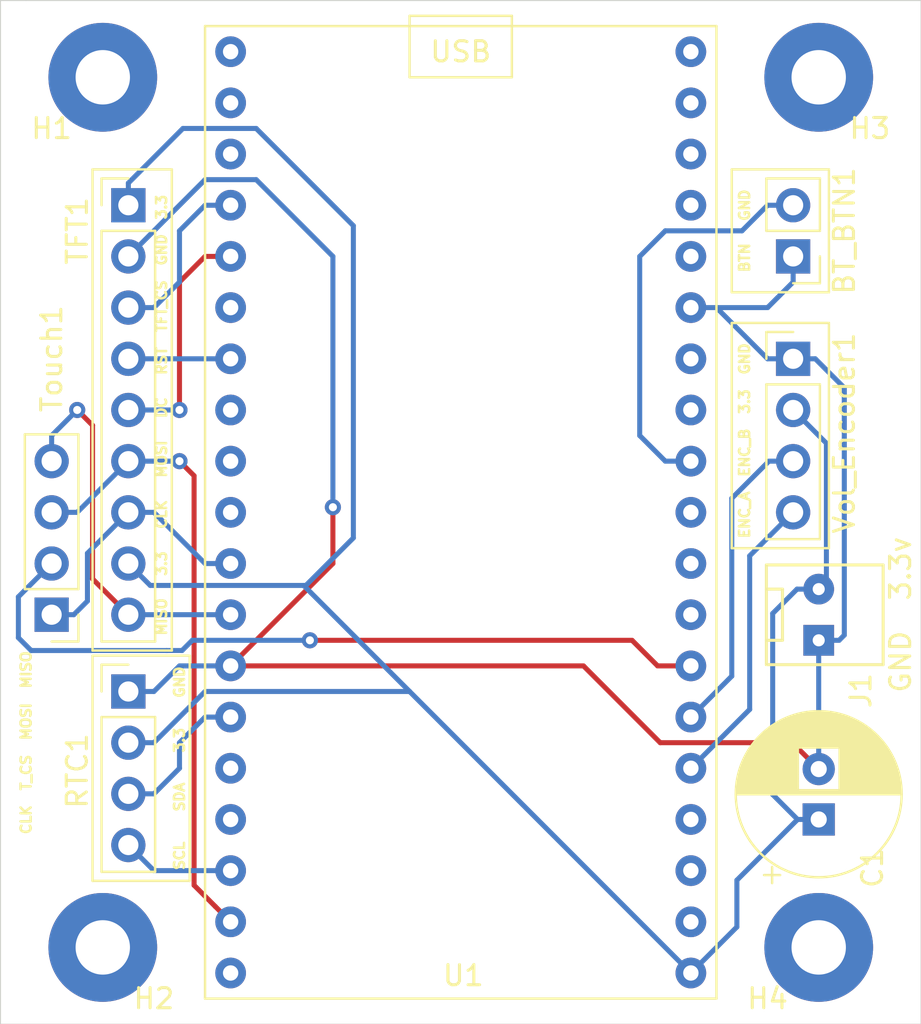
<source format=kicad_pcb>
(kicad_pcb (version 20171130) (host pcbnew "(5.1.4)-1")

  (general
    (thickness 1.6)
    (drawings 35)
    (tracks 120)
    (zones 0)
    (modules 12)
    (nets 38)
  )

  (page A4)
  (layers
    (0 F.Cu signal)
    (31 B.Cu signal)
    (32 B.Adhes user)
    (33 F.Adhes user)
    (34 B.Paste user)
    (35 F.Paste user)
    (36 B.SilkS user)
    (37 F.SilkS user)
    (38 B.Mask user)
    (39 F.Mask user)
    (40 Dwgs.User user)
    (41 Cmts.User user)
    (42 Eco1.User user)
    (43 Eco2.User user)
    (44 Edge.Cuts user)
    (45 Margin user)
    (46 B.CrtYd user)
    (47 F.CrtYd user)
    (48 B.Fab user hide)
    (49 F.Fab user hide)
  )

  (setup
    (last_trace_width 0.25)
    (trace_clearance 0.2)
    (zone_clearance 0.508)
    (zone_45_only no)
    (trace_min 0.2)
    (via_size 0.8)
    (via_drill 0.4)
    (via_min_size 0.4)
    (via_min_drill 0.3)
    (uvia_size 0.3)
    (uvia_drill 0.1)
    (uvias_allowed no)
    (uvia_min_size 0.2)
    (uvia_min_drill 0.1)
    (edge_width 0.05)
    (segment_width 0.2)
    (pcb_text_width 0.3)
    (pcb_text_size 1.5 1.5)
    (mod_edge_width 0.12)
    (mod_text_size 1 1)
    (mod_text_width 0.15)
    (pad_size 1.524 1.524)
    (pad_drill 0.762)
    (pad_to_mask_clearance 0.051)
    (solder_mask_min_width 0.25)
    (aux_axis_origin 0 0)
    (visible_elements 7FFFFFFF)
    (pcbplotparams
      (layerselection 0x010fc_ffffffff)
      (usegerberextensions false)
      (usegerberattributes false)
      (usegerberadvancedattributes false)
      (creategerberjobfile false)
      (excludeedgelayer true)
      (linewidth 0.100000)
      (plotframeref false)
      (viasonmask false)
      (mode 1)
      (useauxorigin false)
      (hpglpennumber 1)
      (hpglpenspeed 20)
      (hpglpendiameter 15.000000)
      (psnegative false)
      (psa4output false)
      (plotreference true)
      (plotvalue true)
      (plotinvisibletext false)
      (padsonsilk false)
      (subtractmaskfromsilk false)
      (outputformat 1)
      (mirror false)
      (drillshape 1)
      (scaleselection 1)
      (outputdirectory ""))
  )

  (net 0 "")
  (net 1 GND)
  (net 2 3.3V)
  (net 3 /SPI_MISO)
  (net 4 /SPI_CLK)
  (net 5 /SPI_MOSI)
  (net 6 /TFT_DC)
  (net 7 /TFT_RST)
  (net 8 /TFT_CS)
  (net 9 /T_CS)
  (net 10 /ENC_A)
  (net 11 /ENC_B)
  (net 12 /BT_BTN)
  (net 13 /SCL)
  (net 14 /SDA)
  (net 15 "Net-(U1-Pad38)")
  (net 16 "Net-(U1-Pad37)")
  (net 17 "Net-(U1-Pad36)")
  (net 18 "Net-(U1-Pad33)")
  (net 19 "Net-(U1-Pad31)")
  (net 20 "Net-(U1-Pad30)")
  (net 21 "Net-(U1-Pad29)")
  (net 22 "Net-(U1-Pad24)")
  (net 23 "Net-(U1-Pad23)")
  (net 24 "Net-(U1-Pad20)")
  (net 25 "Net-(U1-Pad19)")
  (net 26 "Net-(U1-Pad18)")
  (net 27 "Net-(U1-Pad17)")
  (net 28 "Net-(U1-Pad16)")
  (net 29 "Net-(U1-Pad15)")
  (net 30 "Net-(U1-Pad13)")
  (net 31 "Net-(U1-Pad12)")
  (net 32 "Net-(U1-Pad10)")
  (net 33 "Net-(U1-Pad9)")
  (net 34 "Net-(U1-Pad8)")
  (net 35 "Net-(U1-Pad4)")
  (net 36 "Net-(U1-Pad3)")
  (net 37 "Net-(U1-Pad2)")

  (net_class Default "This is the default net class."
    (clearance 0.2)
    (trace_width 0.25)
    (via_dia 0.8)
    (via_drill 0.4)
    (uvia_dia 0.3)
    (uvia_drill 0.1)
    (add_net /BT_BTN)
    (add_net /ENC_A)
    (add_net /ENC_B)
    (add_net /SCL)
    (add_net /SDA)
    (add_net /SPI_CLK)
    (add_net /SPI_MISO)
    (add_net /SPI_MOSI)
    (add_net /TFT_CS)
    (add_net /TFT_DC)
    (add_net /TFT_RST)
    (add_net /T_CS)
    (add_net 3.3V)
    (add_net GND)
    (add_net "Net-(U1-Pad10)")
    (add_net "Net-(U1-Pad12)")
    (add_net "Net-(U1-Pad13)")
    (add_net "Net-(U1-Pad15)")
    (add_net "Net-(U1-Pad16)")
    (add_net "Net-(U1-Pad17)")
    (add_net "Net-(U1-Pad18)")
    (add_net "Net-(U1-Pad19)")
    (add_net "Net-(U1-Pad2)")
    (add_net "Net-(U1-Pad20)")
    (add_net "Net-(U1-Pad23)")
    (add_net "Net-(U1-Pad24)")
    (add_net "Net-(U1-Pad29)")
    (add_net "Net-(U1-Pad3)")
    (add_net "Net-(U1-Pad30)")
    (add_net "Net-(U1-Pad31)")
    (add_net "Net-(U1-Pad33)")
    (add_net "Net-(U1-Pad36)")
    (add_net "Net-(U1-Pad37)")
    (add_net "Net-(U1-Pad38)")
    (add_net "Net-(U1-Pad4)")
    (add_net "Net-(U1-Pad8)")
    (add_net "Net-(U1-Pad9)")
  )

  (module Kitecraft_Boards:NodeMCU_ESP-32S_38_Pin (layer F.Cu) (tedit 5DE7A24B) (tstamp 5DE87691)
    (at 140.97 81.28 180)
    (path /5DCAA656)
    (fp_text reference U1 (at -0.127 -22.987) (layer F.SilkS)
      (effects (font (size 1 1) (thickness 0.15)))
    )
    (fp_text value ESP32-DEVKITC-32D (at 0 26.035) (layer F.Fab)
      (effects (font (size 1 1) (thickness 0.15)))
    )
    (fp_line (start -12.7 24.13) (end -12.7 -24.13) (layer F.SilkS) (width 0.12))
    (fp_line (start 12.7 24.13) (end -12.7 24.13) (layer F.SilkS) (width 0.12))
    (fp_line (start 12.7 -24.13) (end 12.7 24.13) (layer F.SilkS) (width 0.12))
    (fp_line (start -12.7 -24.13) (end 12.7 -24.13) (layer F.SilkS) (width 0.12))
    (pad 38 thru_hole circle (at 11.43 22.86 180) (size 1.524 1.524) (drill 0.762) (layers *.Cu *.Mask)
      (net 15 "Net-(U1-Pad38)"))
    (pad 37 thru_hole circle (at 11.43 20.32 180) (size 1.524 1.524) (drill 0.762) (layers *.Cu *.Mask)
      (net 16 "Net-(U1-Pad37)"))
    (pad 36 thru_hole circle (at 11.43 17.78 180) (size 1.524 1.524) (drill 0.762) (layers *.Cu *.Mask)
      (net 17 "Net-(U1-Pad36)"))
    (pad 35 thru_hole circle (at 11.43 15.24 180) (size 1.524 1.524) (drill 0.762) (layers *.Cu *.Mask)
      (net 8 /TFT_CS))
    (pad 34 thru_hole circle (at 11.43 12.7 180) (size 1.524 1.524) (drill 0.762) (layers *.Cu *.Mask)
      (net 6 /TFT_DC))
    (pad 33 thru_hole circle (at 11.43 10.16 180) (size 1.524 1.524) (drill 0.762) (layers *.Cu *.Mask)
      (net 18 "Net-(U1-Pad33)"))
    (pad 32 thru_hole circle (at 11.43 7.62 180) (size 1.524 1.524) (drill 0.762) (layers *.Cu *.Mask)
      (net 7 /TFT_RST))
    (pad 31 thru_hole circle (at 11.43 5.08 180) (size 1.524 1.524) (drill 0.762) (layers *.Cu *.Mask)
      (net 19 "Net-(U1-Pad31)"))
    (pad 30 thru_hole circle (at 11.43 2.54 180) (size 1.524 1.524) (drill 0.762) (layers *.Cu *.Mask)
      (net 20 "Net-(U1-Pad30)"))
    (pad 29 thru_hole circle (at 11.43 0 180) (size 1.524 1.524) (drill 0.762) (layers *.Cu *.Mask)
      (net 21 "Net-(U1-Pad29)"))
    (pad 28 thru_hole circle (at 11.43 -2.54 180) (size 1.524 1.524) (drill 0.762) (layers *.Cu *.Mask)
      (net 4 /SPI_CLK))
    (pad 27 thru_hole circle (at 11.43 -5.08 180) (size 1.524 1.524) (drill 0.762) (layers *.Cu *.Mask)
      (net 3 /SPI_MISO))
    (pad 26 thru_hole circle (at 11.43 -7.62 180) (size 1.524 1.524) (drill 0.762) (layers *.Cu *.Mask)
      (net 1 GND))
    (pad 25 thru_hole circle (at 11.43 -10.16 180) (size 1.524 1.524) (drill 0.762) (layers *.Cu *.Mask)
      (net 14 /SDA))
    (pad 24 thru_hole circle (at 11.43 -12.7 180) (size 1.524 1.524) (drill 0.762) (layers *.Cu *.Mask)
      (net 22 "Net-(U1-Pad24)"))
    (pad 23 thru_hole circle (at 11.43 -15.24 180) (size 1.524 1.524) (drill 0.762) (layers *.Cu *.Mask)
      (net 23 "Net-(U1-Pad23)"))
    (pad 22 thru_hole circle (at 11.43 -17.78 180) (size 1.524 1.524) (drill 0.762) (layers *.Cu *.Mask)
      (net 13 /SCL))
    (pad 21 thru_hole circle (at 11.43 -20.32 180) (size 1.524 1.524) (drill 0.762) (layers *.Cu *.Mask)
      (net 5 /SPI_MOSI))
    (pad 20 thru_hole circle (at 11.43 -22.86 180) (size 1.524 1.524) (drill 0.762) (layers *.Cu *.Mask)
      (net 24 "Net-(U1-Pad20)"))
    (pad 19 thru_hole circle (at -11.43 22.86 180) (size 1.524 1.524) (drill 0.762) (layers *.Cu *.Mask)
      (net 25 "Net-(U1-Pad19)"))
    (pad 18 thru_hole circle (at -11.43 20.32 180) (size 1.524 1.524) (drill 0.762) (layers *.Cu *.Mask)
      (net 26 "Net-(U1-Pad18)"))
    (pad 17 thru_hole circle (at -11.43 17.78 180) (size 1.524 1.524) (drill 0.762) (layers *.Cu *.Mask)
      (net 27 "Net-(U1-Pad17)"))
    (pad 16 thru_hole circle (at -11.43 15.24 180) (size 1.524 1.524) (drill 0.762) (layers *.Cu *.Mask)
      (net 28 "Net-(U1-Pad16)"))
    (pad 15 thru_hole circle (at -11.43 12.7 180) (size 1.524 1.524) (drill 0.762) (layers *.Cu *.Mask)
      (net 29 "Net-(U1-Pad15)"))
    (pad 14 thru_hole circle (at -11.43 10.16 180) (size 1.524 1.524) (drill 0.762) (layers *.Cu *.Mask)
      (net 1 GND))
    (pad 13 thru_hole circle (at -11.43 7.62 180) (size 1.524 1.524) (drill 0.762) (layers *.Cu *.Mask)
      (net 30 "Net-(U1-Pad13)"))
    (pad 12 thru_hole circle (at -11.43 5.08 180) (size 1.524 1.524) (drill 0.762) (layers *.Cu *.Mask)
      (net 31 "Net-(U1-Pad12)"))
    (pad 11 thru_hole circle (at -11.43 2.54 180) (size 1.524 1.524) (drill 0.762) (layers *.Cu *.Mask)
      (net 12 /BT_BTN))
    (pad 10 thru_hole circle (at -11.43 0 180) (size 1.524 1.524) (drill 0.762) (layers *.Cu *.Mask)
      (net 32 "Net-(U1-Pad10)"))
    (pad 9 thru_hole circle (at -11.43 -2.54 180) (size 1.524 1.524) (drill 0.762) (layers *.Cu *.Mask)
      (net 33 "Net-(U1-Pad9)"))
    (pad 8 thru_hole circle (at -11.43 -5.08 180) (size 1.524 1.524) (drill 0.762) (layers *.Cu *.Mask)
      (net 34 "Net-(U1-Pad8)"))
    (pad 7 thru_hole circle (at -11.43 -7.62 180) (size 1.524 1.524) (drill 0.762) (layers *.Cu *.Mask)
      (net 9 /T_CS))
    (pad 6 thru_hole circle (at -11.43 -10.16 180) (size 1.524 1.524) (drill 0.762) (layers *.Cu *.Mask)
      (net 11 /ENC_B))
    (pad 5 thru_hole circle (at -11.43 -12.7 180) (size 1.524 1.524) (drill 0.762) (layers *.Cu *.Mask)
      (net 10 /ENC_A))
    (pad 4 thru_hole circle (at -11.43 -15.24 180) (size 1.524 1.524) (drill 0.762) (layers *.Cu *.Mask)
      (net 35 "Net-(U1-Pad4)"))
    (pad 3 thru_hole circle (at -11.43 -17.78 180) (size 1.524 1.524) (drill 0.762) (layers *.Cu *.Mask)
      (net 36 "Net-(U1-Pad3)"))
    (pad 2 thru_hole circle (at -11.43 -20.32 180) (size 1.524 1.524) (drill 0.762) (layers *.Cu *.Mask)
      (net 37 "Net-(U1-Pad2)"))
    (pad 1 thru_hole circle (at -11.43 -22.86 180) (size 1.524 1.524) (drill 0.762) (layers *.Cu *.Mask)
      (net 2 3.3V))
    (model :Kitecraft_Boards_3D:NodeMCU_ESP-32S_38_Pin.STEP
      (offset (xyz 0 0 2.5))
      (scale (xyz 1 1 1))
      (rotate (xyz -90 0 0))
    )
  )

  (module Connector_PinHeader_2.54mm:PinHeader_1x04_P2.54mm_Vertical (layer F.Cu) (tedit 59FED5CC) (tstamp 5DE88FF5)
    (at 120.65 86.36 180)
    (descr "Through hole straight pin header, 1x04, 2.54mm pitch, single row")
    (tags "Through hole pin header THT 1x04 2.54mm single row")
    (path /5DE87756)
    (fp_text reference Touch1 (at 0 12.7 270) (layer F.SilkS)
      (effects (font (size 1 1) (thickness 0.15)))
    )
    (fp_text value Conn_01x04 (at 2.54 3.429 90) (layer F.Fab)
      (effects (font (size 1 1) (thickness 0.15)))
    )
    (fp_text user %R (at 0 3.81 90) (layer F.Fab)
      (effects (font (size 1 1) (thickness 0.15)))
    )
    (fp_line (start 1.8 -1.8) (end -1.8 -1.8) (layer F.CrtYd) (width 0.05))
    (fp_line (start 1.8 9.4) (end 1.8 -1.8) (layer F.CrtYd) (width 0.05))
    (fp_line (start -1.8 9.4) (end 1.8 9.4) (layer F.CrtYd) (width 0.05))
    (fp_line (start -1.8 -1.8) (end -1.8 9.4) (layer F.CrtYd) (width 0.05))
    (fp_line (start -1.33 -1.33) (end 0 -1.33) (layer F.SilkS) (width 0.12))
    (fp_line (start -1.33 0) (end -1.33 -1.33) (layer F.SilkS) (width 0.12))
    (fp_line (start -1.33 1.27) (end 1.33 1.27) (layer F.SilkS) (width 0.12))
    (fp_line (start 1.33 1.27) (end 1.33 8.95) (layer F.SilkS) (width 0.12))
    (fp_line (start -1.33 1.27) (end -1.33 8.95) (layer F.SilkS) (width 0.12))
    (fp_line (start -1.33 8.95) (end 1.33 8.95) (layer F.SilkS) (width 0.12))
    (fp_line (start -1.27 -0.635) (end -0.635 -1.27) (layer F.Fab) (width 0.1))
    (fp_line (start -1.27 8.89) (end -1.27 -0.635) (layer F.Fab) (width 0.1))
    (fp_line (start 1.27 8.89) (end -1.27 8.89) (layer F.Fab) (width 0.1))
    (fp_line (start 1.27 -1.27) (end 1.27 8.89) (layer F.Fab) (width 0.1))
    (fp_line (start -0.635 -1.27) (end 1.27 -1.27) (layer F.Fab) (width 0.1))
    (pad 4 thru_hole oval (at 0 7.62 180) (size 1.7 1.7) (drill 1) (layers *.Cu *.Mask)
      (net 3 /SPI_MISO))
    (pad 3 thru_hole oval (at 0 5.08 180) (size 1.7 1.7) (drill 1) (layers *.Cu *.Mask)
      (net 5 /SPI_MOSI))
    (pad 2 thru_hole oval (at 0 2.54 180) (size 1.7 1.7) (drill 1) (layers *.Cu *.Mask)
      (net 9 /T_CS))
    (pad 1 thru_hole rect (at 0 0 180) (size 1.7 1.7) (drill 1) (layers *.Cu *.Mask)
      (net 4 /SPI_CLK))
    (model ${KISYS3DMOD}/Connector_PinHeader_2.54mm.3dshapes/PinHeader_1x04_P2.54mm_Vertical.wrl
      (at (xyz 0 0 0))
      (scale (xyz 1 1 1))
      (rotate (xyz 0 0 0))
    )
  )

  (module Capacitor_THT:CP_Radial_D8.0mm_P2.50mm (layer F.Cu) (tedit 5AE50EF0) (tstamp 5DEEE8A8)
    (at 158.75 96.52 90)
    (descr "CP, Radial series, Radial, pin pitch=2.50mm, , diameter=8mm, Electrolytic Capacitor")
    (tags "CP Radial series Radial pin pitch 2.50mm  diameter 8mm Electrolytic Capacitor")
    (path /5DCB0C0C)
    (fp_text reference C1 (at -2.413 2.667 90) (layer F.SilkS)
      (effects (font (size 1 1) (thickness 0.15)))
    )
    (fp_text value 100uF (at 1.25 5.25 90) (layer F.Fab)
      (effects (font (size 1 1) (thickness 0.15)))
    )
    (fp_text user %R (at 1.25 0 90) (layer F.Fab)
      (effects (font (size 1 1) (thickness 0.15)))
    )
    (fp_line (start -2.759698 -2.715) (end -2.759698 -1.915) (layer F.SilkS) (width 0.12))
    (fp_line (start -3.159698 -2.315) (end -2.359698 -2.315) (layer F.SilkS) (width 0.12))
    (fp_line (start 5.331 -0.533) (end 5.331 0.533) (layer F.SilkS) (width 0.12))
    (fp_line (start 5.291 -0.768) (end 5.291 0.768) (layer F.SilkS) (width 0.12))
    (fp_line (start 5.251 -0.948) (end 5.251 0.948) (layer F.SilkS) (width 0.12))
    (fp_line (start 5.211 -1.098) (end 5.211 1.098) (layer F.SilkS) (width 0.12))
    (fp_line (start 5.171 -1.229) (end 5.171 1.229) (layer F.SilkS) (width 0.12))
    (fp_line (start 5.131 -1.346) (end 5.131 1.346) (layer F.SilkS) (width 0.12))
    (fp_line (start 5.091 -1.453) (end 5.091 1.453) (layer F.SilkS) (width 0.12))
    (fp_line (start 5.051 -1.552) (end 5.051 1.552) (layer F.SilkS) (width 0.12))
    (fp_line (start 5.011 -1.645) (end 5.011 1.645) (layer F.SilkS) (width 0.12))
    (fp_line (start 4.971 -1.731) (end 4.971 1.731) (layer F.SilkS) (width 0.12))
    (fp_line (start 4.931 -1.813) (end 4.931 1.813) (layer F.SilkS) (width 0.12))
    (fp_line (start 4.891 -1.89) (end 4.891 1.89) (layer F.SilkS) (width 0.12))
    (fp_line (start 4.851 -1.964) (end 4.851 1.964) (layer F.SilkS) (width 0.12))
    (fp_line (start 4.811 -2.034) (end 4.811 2.034) (layer F.SilkS) (width 0.12))
    (fp_line (start 4.771 -2.102) (end 4.771 2.102) (layer F.SilkS) (width 0.12))
    (fp_line (start 4.731 -2.166) (end 4.731 2.166) (layer F.SilkS) (width 0.12))
    (fp_line (start 4.691 -2.228) (end 4.691 2.228) (layer F.SilkS) (width 0.12))
    (fp_line (start 4.651 -2.287) (end 4.651 2.287) (layer F.SilkS) (width 0.12))
    (fp_line (start 4.611 -2.345) (end 4.611 2.345) (layer F.SilkS) (width 0.12))
    (fp_line (start 4.571 -2.4) (end 4.571 2.4) (layer F.SilkS) (width 0.12))
    (fp_line (start 4.531 -2.454) (end 4.531 2.454) (layer F.SilkS) (width 0.12))
    (fp_line (start 4.491 -2.505) (end 4.491 2.505) (layer F.SilkS) (width 0.12))
    (fp_line (start 4.451 -2.556) (end 4.451 2.556) (layer F.SilkS) (width 0.12))
    (fp_line (start 4.411 -2.604) (end 4.411 2.604) (layer F.SilkS) (width 0.12))
    (fp_line (start 4.371 -2.651) (end 4.371 2.651) (layer F.SilkS) (width 0.12))
    (fp_line (start 4.331 -2.697) (end 4.331 2.697) (layer F.SilkS) (width 0.12))
    (fp_line (start 4.291 -2.741) (end 4.291 2.741) (layer F.SilkS) (width 0.12))
    (fp_line (start 4.251 -2.784) (end 4.251 2.784) (layer F.SilkS) (width 0.12))
    (fp_line (start 4.211 -2.826) (end 4.211 2.826) (layer F.SilkS) (width 0.12))
    (fp_line (start 4.171 -2.867) (end 4.171 2.867) (layer F.SilkS) (width 0.12))
    (fp_line (start 4.131 -2.907) (end 4.131 2.907) (layer F.SilkS) (width 0.12))
    (fp_line (start 4.091 -2.945) (end 4.091 2.945) (layer F.SilkS) (width 0.12))
    (fp_line (start 4.051 -2.983) (end 4.051 2.983) (layer F.SilkS) (width 0.12))
    (fp_line (start 4.011 -3.019) (end 4.011 3.019) (layer F.SilkS) (width 0.12))
    (fp_line (start 3.971 -3.055) (end 3.971 3.055) (layer F.SilkS) (width 0.12))
    (fp_line (start 3.931 -3.09) (end 3.931 3.09) (layer F.SilkS) (width 0.12))
    (fp_line (start 3.891 -3.124) (end 3.891 3.124) (layer F.SilkS) (width 0.12))
    (fp_line (start 3.851 -3.156) (end 3.851 3.156) (layer F.SilkS) (width 0.12))
    (fp_line (start 3.811 -3.189) (end 3.811 3.189) (layer F.SilkS) (width 0.12))
    (fp_line (start 3.771 -3.22) (end 3.771 3.22) (layer F.SilkS) (width 0.12))
    (fp_line (start 3.731 -3.25) (end 3.731 3.25) (layer F.SilkS) (width 0.12))
    (fp_line (start 3.691 -3.28) (end 3.691 3.28) (layer F.SilkS) (width 0.12))
    (fp_line (start 3.651 -3.309) (end 3.651 3.309) (layer F.SilkS) (width 0.12))
    (fp_line (start 3.611 -3.338) (end 3.611 3.338) (layer F.SilkS) (width 0.12))
    (fp_line (start 3.571 -3.365) (end 3.571 3.365) (layer F.SilkS) (width 0.12))
    (fp_line (start 3.531 1.04) (end 3.531 3.392) (layer F.SilkS) (width 0.12))
    (fp_line (start 3.531 -3.392) (end 3.531 -1.04) (layer F.SilkS) (width 0.12))
    (fp_line (start 3.491 1.04) (end 3.491 3.418) (layer F.SilkS) (width 0.12))
    (fp_line (start 3.491 -3.418) (end 3.491 -1.04) (layer F.SilkS) (width 0.12))
    (fp_line (start 3.451 1.04) (end 3.451 3.444) (layer F.SilkS) (width 0.12))
    (fp_line (start 3.451 -3.444) (end 3.451 -1.04) (layer F.SilkS) (width 0.12))
    (fp_line (start 3.411 1.04) (end 3.411 3.469) (layer F.SilkS) (width 0.12))
    (fp_line (start 3.411 -3.469) (end 3.411 -1.04) (layer F.SilkS) (width 0.12))
    (fp_line (start 3.371 1.04) (end 3.371 3.493) (layer F.SilkS) (width 0.12))
    (fp_line (start 3.371 -3.493) (end 3.371 -1.04) (layer F.SilkS) (width 0.12))
    (fp_line (start 3.331 1.04) (end 3.331 3.517) (layer F.SilkS) (width 0.12))
    (fp_line (start 3.331 -3.517) (end 3.331 -1.04) (layer F.SilkS) (width 0.12))
    (fp_line (start 3.291 1.04) (end 3.291 3.54) (layer F.SilkS) (width 0.12))
    (fp_line (start 3.291 -3.54) (end 3.291 -1.04) (layer F.SilkS) (width 0.12))
    (fp_line (start 3.251 1.04) (end 3.251 3.562) (layer F.SilkS) (width 0.12))
    (fp_line (start 3.251 -3.562) (end 3.251 -1.04) (layer F.SilkS) (width 0.12))
    (fp_line (start 3.211 1.04) (end 3.211 3.584) (layer F.SilkS) (width 0.12))
    (fp_line (start 3.211 -3.584) (end 3.211 -1.04) (layer F.SilkS) (width 0.12))
    (fp_line (start 3.171 1.04) (end 3.171 3.606) (layer F.SilkS) (width 0.12))
    (fp_line (start 3.171 -3.606) (end 3.171 -1.04) (layer F.SilkS) (width 0.12))
    (fp_line (start 3.131 1.04) (end 3.131 3.627) (layer F.SilkS) (width 0.12))
    (fp_line (start 3.131 -3.627) (end 3.131 -1.04) (layer F.SilkS) (width 0.12))
    (fp_line (start 3.091 1.04) (end 3.091 3.647) (layer F.SilkS) (width 0.12))
    (fp_line (start 3.091 -3.647) (end 3.091 -1.04) (layer F.SilkS) (width 0.12))
    (fp_line (start 3.051 1.04) (end 3.051 3.666) (layer F.SilkS) (width 0.12))
    (fp_line (start 3.051 -3.666) (end 3.051 -1.04) (layer F.SilkS) (width 0.12))
    (fp_line (start 3.011 1.04) (end 3.011 3.686) (layer F.SilkS) (width 0.12))
    (fp_line (start 3.011 -3.686) (end 3.011 -1.04) (layer F.SilkS) (width 0.12))
    (fp_line (start 2.971 1.04) (end 2.971 3.704) (layer F.SilkS) (width 0.12))
    (fp_line (start 2.971 -3.704) (end 2.971 -1.04) (layer F.SilkS) (width 0.12))
    (fp_line (start 2.931 1.04) (end 2.931 3.722) (layer F.SilkS) (width 0.12))
    (fp_line (start 2.931 -3.722) (end 2.931 -1.04) (layer F.SilkS) (width 0.12))
    (fp_line (start 2.891 1.04) (end 2.891 3.74) (layer F.SilkS) (width 0.12))
    (fp_line (start 2.891 -3.74) (end 2.891 -1.04) (layer F.SilkS) (width 0.12))
    (fp_line (start 2.851 1.04) (end 2.851 3.757) (layer F.SilkS) (width 0.12))
    (fp_line (start 2.851 -3.757) (end 2.851 -1.04) (layer F.SilkS) (width 0.12))
    (fp_line (start 2.811 1.04) (end 2.811 3.774) (layer F.SilkS) (width 0.12))
    (fp_line (start 2.811 -3.774) (end 2.811 -1.04) (layer F.SilkS) (width 0.12))
    (fp_line (start 2.771 1.04) (end 2.771 3.79) (layer F.SilkS) (width 0.12))
    (fp_line (start 2.771 -3.79) (end 2.771 -1.04) (layer F.SilkS) (width 0.12))
    (fp_line (start 2.731 1.04) (end 2.731 3.805) (layer F.SilkS) (width 0.12))
    (fp_line (start 2.731 -3.805) (end 2.731 -1.04) (layer F.SilkS) (width 0.12))
    (fp_line (start 2.691 1.04) (end 2.691 3.821) (layer F.SilkS) (width 0.12))
    (fp_line (start 2.691 -3.821) (end 2.691 -1.04) (layer F.SilkS) (width 0.12))
    (fp_line (start 2.651 1.04) (end 2.651 3.835) (layer F.SilkS) (width 0.12))
    (fp_line (start 2.651 -3.835) (end 2.651 -1.04) (layer F.SilkS) (width 0.12))
    (fp_line (start 2.611 1.04) (end 2.611 3.85) (layer F.SilkS) (width 0.12))
    (fp_line (start 2.611 -3.85) (end 2.611 -1.04) (layer F.SilkS) (width 0.12))
    (fp_line (start 2.571 1.04) (end 2.571 3.863) (layer F.SilkS) (width 0.12))
    (fp_line (start 2.571 -3.863) (end 2.571 -1.04) (layer F.SilkS) (width 0.12))
    (fp_line (start 2.531 1.04) (end 2.531 3.877) (layer F.SilkS) (width 0.12))
    (fp_line (start 2.531 -3.877) (end 2.531 -1.04) (layer F.SilkS) (width 0.12))
    (fp_line (start 2.491 1.04) (end 2.491 3.889) (layer F.SilkS) (width 0.12))
    (fp_line (start 2.491 -3.889) (end 2.491 -1.04) (layer F.SilkS) (width 0.12))
    (fp_line (start 2.451 1.04) (end 2.451 3.902) (layer F.SilkS) (width 0.12))
    (fp_line (start 2.451 -3.902) (end 2.451 -1.04) (layer F.SilkS) (width 0.12))
    (fp_line (start 2.411 1.04) (end 2.411 3.914) (layer F.SilkS) (width 0.12))
    (fp_line (start 2.411 -3.914) (end 2.411 -1.04) (layer F.SilkS) (width 0.12))
    (fp_line (start 2.371 1.04) (end 2.371 3.925) (layer F.SilkS) (width 0.12))
    (fp_line (start 2.371 -3.925) (end 2.371 -1.04) (layer F.SilkS) (width 0.12))
    (fp_line (start 2.331 1.04) (end 2.331 3.936) (layer F.SilkS) (width 0.12))
    (fp_line (start 2.331 -3.936) (end 2.331 -1.04) (layer F.SilkS) (width 0.12))
    (fp_line (start 2.291 1.04) (end 2.291 3.947) (layer F.SilkS) (width 0.12))
    (fp_line (start 2.291 -3.947) (end 2.291 -1.04) (layer F.SilkS) (width 0.12))
    (fp_line (start 2.251 1.04) (end 2.251 3.957) (layer F.SilkS) (width 0.12))
    (fp_line (start 2.251 -3.957) (end 2.251 -1.04) (layer F.SilkS) (width 0.12))
    (fp_line (start 2.211 1.04) (end 2.211 3.967) (layer F.SilkS) (width 0.12))
    (fp_line (start 2.211 -3.967) (end 2.211 -1.04) (layer F.SilkS) (width 0.12))
    (fp_line (start 2.171 1.04) (end 2.171 3.976) (layer F.SilkS) (width 0.12))
    (fp_line (start 2.171 -3.976) (end 2.171 -1.04) (layer F.SilkS) (width 0.12))
    (fp_line (start 2.131 1.04) (end 2.131 3.985) (layer F.SilkS) (width 0.12))
    (fp_line (start 2.131 -3.985) (end 2.131 -1.04) (layer F.SilkS) (width 0.12))
    (fp_line (start 2.091 1.04) (end 2.091 3.994) (layer F.SilkS) (width 0.12))
    (fp_line (start 2.091 -3.994) (end 2.091 -1.04) (layer F.SilkS) (width 0.12))
    (fp_line (start 2.051 1.04) (end 2.051 4.002) (layer F.SilkS) (width 0.12))
    (fp_line (start 2.051 -4.002) (end 2.051 -1.04) (layer F.SilkS) (width 0.12))
    (fp_line (start 2.011 1.04) (end 2.011 4.01) (layer F.SilkS) (width 0.12))
    (fp_line (start 2.011 -4.01) (end 2.011 -1.04) (layer F.SilkS) (width 0.12))
    (fp_line (start 1.971 1.04) (end 1.971 4.017) (layer F.SilkS) (width 0.12))
    (fp_line (start 1.971 -4.017) (end 1.971 -1.04) (layer F.SilkS) (width 0.12))
    (fp_line (start 1.93 1.04) (end 1.93 4.024) (layer F.SilkS) (width 0.12))
    (fp_line (start 1.93 -4.024) (end 1.93 -1.04) (layer F.SilkS) (width 0.12))
    (fp_line (start 1.89 1.04) (end 1.89 4.03) (layer F.SilkS) (width 0.12))
    (fp_line (start 1.89 -4.03) (end 1.89 -1.04) (layer F.SilkS) (width 0.12))
    (fp_line (start 1.85 1.04) (end 1.85 4.037) (layer F.SilkS) (width 0.12))
    (fp_line (start 1.85 -4.037) (end 1.85 -1.04) (layer F.SilkS) (width 0.12))
    (fp_line (start 1.81 1.04) (end 1.81 4.042) (layer F.SilkS) (width 0.12))
    (fp_line (start 1.81 -4.042) (end 1.81 -1.04) (layer F.SilkS) (width 0.12))
    (fp_line (start 1.77 1.04) (end 1.77 4.048) (layer F.SilkS) (width 0.12))
    (fp_line (start 1.77 -4.048) (end 1.77 -1.04) (layer F.SilkS) (width 0.12))
    (fp_line (start 1.73 1.04) (end 1.73 4.052) (layer F.SilkS) (width 0.12))
    (fp_line (start 1.73 -4.052) (end 1.73 -1.04) (layer F.SilkS) (width 0.12))
    (fp_line (start 1.69 1.04) (end 1.69 4.057) (layer F.SilkS) (width 0.12))
    (fp_line (start 1.69 -4.057) (end 1.69 -1.04) (layer F.SilkS) (width 0.12))
    (fp_line (start 1.65 1.04) (end 1.65 4.061) (layer F.SilkS) (width 0.12))
    (fp_line (start 1.65 -4.061) (end 1.65 -1.04) (layer F.SilkS) (width 0.12))
    (fp_line (start 1.61 1.04) (end 1.61 4.065) (layer F.SilkS) (width 0.12))
    (fp_line (start 1.61 -4.065) (end 1.61 -1.04) (layer F.SilkS) (width 0.12))
    (fp_line (start 1.57 1.04) (end 1.57 4.068) (layer F.SilkS) (width 0.12))
    (fp_line (start 1.57 -4.068) (end 1.57 -1.04) (layer F.SilkS) (width 0.12))
    (fp_line (start 1.53 1.04) (end 1.53 4.071) (layer F.SilkS) (width 0.12))
    (fp_line (start 1.53 -4.071) (end 1.53 -1.04) (layer F.SilkS) (width 0.12))
    (fp_line (start 1.49 1.04) (end 1.49 4.074) (layer F.SilkS) (width 0.12))
    (fp_line (start 1.49 -4.074) (end 1.49 -1.04) (layer F.SilkS) (width 0.12))
    (fp_line (start 1.45 -4.076) (end 1.45 4.076) (layer F.SilkS) (width 0.12))
    (fp_line (start 1.41 -4.077) (end 1.41 4.077) (layer F.SilkS) (width 0.12))
    (fp_line (start 1.37 -4.079) (end 1.37 4.079) (layer F.SilkS) (width 0.12))
    (fp_line (start 1.33 -4.08) (end 1.33 4.08) (layer F.SilkS) (width 0.12))
    (fp_line (start 1.29 -4.08) (end 1.29 4.08) (layer F.SilkS) (width 0.12))
    (fp_line (start 1.25 -4.08) (end 1.25 4.08) (layer F.SilkS) (width 0.12))
    (fp_line (start -1.776759 -2.1475) (end -1.776759 -1.3475) (layer F.Fab) (width 0.1))
    (fp_line (start -2.176759 -1.7475) (end -1.376759 -1.7475) (layer F.Fab) (width 0.1))
    (fp_circle (center 1.25 0) (end 5.5 0) (layer F.CrtYd) (width 0.05))
    (fp_circle (center 1.25 0) (end 5.37 0) (layer F.SilkS) (width 0.12))
    (fp_circle (center 1.25 0) (end 5.25 0) (layer F.Fab) (width 0.1))
    (pad 2 thru_hole circle (at 2.5 0 90) (size 1.6 1.6) (drill 0.8) (layers *.Cu *.Mask)
      (net 1 GND))
    (pad 1 thru_hole rect (at 0 0 90) (size 1.6 1.6) (drill 0.8) (layers *.Cu *.Mask)
      (net 2 3.3V))
    (model ${KISYS3DMOD}/Capacitor_THT.3dshapes/CP_Radial_D8.0mm_P2.50mm.wrl
      (at (xyz 0 0 0))
      (scale (xyz 1 1 1))
      (rotate (xyz 0 0 0))
    )
  )

  (module MountingHole:MountingHole_2.7mm_Pad (layer F.Cu) (tedit 56D1B4CB) (tstamp 5DEEE304)
    (at 158.75 102.87)
    (descr "Mounting Hole 2.7mm")
    (tags "mounting hole 2.7mm")
    (path /5DF3FD46)
    (attr virtual)
    (fp_text reference H4 (at -2.54 2.54) (layer F.SilkS)
      (effects (font (size 1 1) (thickness 0.15)))
    )
    (fp_text value MountingHole (at 0 3.7) (layer F.Fab)
      (effects (font (size 1 1) (thickness 0.15)))
    )
    (fp_circle (center 0 0) (end 2.95 0) (layer F.CrtYd) (width 0.05))
    (fp_circle (center 0 0) (end 2.7 0) (layer Cmts.User) (width 0.15))
    (fp_text user %R (at 0.3 0) (layer F.Fab)
      (effects (font (size 1 1) (thickness 0.15)))
    )
    (pad 1 thru_hole circle (at 0 0) (size 5.4 5.4) (drill 2.7) (layers *.Cu *.Mask))
  )

  (module MountingHole:MountingHole_2.7mm_Pad (layer F.Cu) (tedit 56D1B4CB) (tstamp 5DED84FD)
    (at 158.75 59.69)
    (descr "Mounting Hole 2.7mm")
    (tags "mounting hole 2.7mm")
    (path /5DF3EE76)
    (attr virtual)
    (fp_text reference H3 (at 2.54 2.54) (layer F.SilkS)
      (effects (font (size 1 1) (thickness 0.15)))
    )
    (fp_text value MountingHole (at 0 3.7) (layer F.Fab)
      (effects (font (size 1 1) (thickness 0.15)))
    )
    (fp_circle (center 0 0) (end 2.95 0) (layer F.CrtYd) (width 0.05))
    (fp_circle (center 0 0) (end 2.7 0) (layer Cmts.User) (width 0.15))
    (fp_text user %R (at 0.3 0) (layer F.Fab)
      (effects (font (size 1 1) (thickness 0.15)))
    )
    (pad 1 thru_hole circle (at 0 0) (size 5.4 5.4) (drill 2.7) (layers *.Cu *.Mask))
  )

  (module MountingHole:MountingHole_2.7mm_Pad (layer F.Cu) (tedit 56D1B4CB) (tstamp 5DEEE491)
    (at 123.19 102.87)
    (descr "Mounting Hole 2.7mm")
    (tags "mounting hole 2.7mm")
    (path /5DF3DFB1)
    (attr virtual)
    (fp_text reference H2 (at 2.54 2.54) (layer F.SilkS)
      (effects (font (size 1 1) (thickness 0.15)))
    )
    (fp_text value MountingHole (at 0 3.7) (layer F.Fab)
      (effects (font (size 1 1) (thickness 0.15)))
    )
    (fp_circle (center 0 0) (end 2.95 0) (layer F.CrtYd) (width 0.05))
    (fp_circle (center 0 0) (end 2.7 0) (layer Cmts.User) (width 0.15))
    (fp_text user %R (at 0.3 0) (layer F.Fab)
      (effects (font (size 1 1) (thickness 0.15)))
    )
    (pad 1 thru_hole circle (at 0 0) (size 5.4 5.4) (drill 2.7) (layers *.Cu *.Mask))
  )

  (module MountingHole:MountingHole_2.7mm_Pad (layer F.Cu) (tedit 56D1B4CB) (tstamp 5DED84ED)
    (at 123.19 59.69)
    (descr "Mounting Hole 2.7mm")
    (tags "mounting hole 2.7mm")
    (path /5DF3ABD9)
    (attr virtual)
    (fp_text reference H1 (at -2.54 2.54) (layer F.SilkS)
      (effects (font (size 1 1) (thickness 0.15)))
    )
    (fp_text value MountingHole (at 0 3.7) (layer F.Fab)
      (effects (font (size 1 1) (thickness 0.15)))
    )
    (fp_circle (center 0 0) (end 2.95 0) (layer F.CrtYd) (width 0.05))
    (fp_circle (center 0 0) (end 2.7 0) (layer Cmts.User) (width 0.15))
    (fp_text user %R (at 0.3 0) (layer F.Fab)
      (effects (font (size 1 1) (thickness 0.15)))
    )
    (pad 1 thru_hole circle (at 0 0) (size 5.4 5.4) (drill 2.7) (layers *.Cu *.Mask))
  )

  (module Connector_PinHeader_2.54mm:PinHeader_1x04_P2.54mm_Vertical (layer F.Cu) (tedit 59FED5CC) (tstamp 5DEECF64)
    (at 124.46 90.17)
    (descr "Through hole straight pin header, 1x04, 2.54mm pitch, single row")
    (tags "Through hole pin header THT 1x04 2.54mm single row")
    (path /5DF2C80B)
    (fp_text reference RTC1 (at -2.54 3.937 270) (layer F.SilkS)
      (effects (font (size 1 1) (thickness 0.15)))
    )
    (fp_text value Conn_01x04 (at 0 9.95) (layer F.Fab)
      (effects (font (size 1 1) (thickness 0.15)))
    )
    (fp_text user %R (at 0 3.81 90) (layer F.Fab)
      (effects (font (size 1 1) (thickness 0.15)))
    )
    (fp_line (start 1.8 -1.8) (end -1.8 -1.8) (layer F.CrtYd) (width 0.05))
    (fp_line (start 1.8 9.4) (end 1.8 -1.8) (layer F.CrtYd) (width 0.05))
    (fp_line (start -1.8 9.4) (end 1.8 9.4) (layer F.CrtYd) (width 0.05))
    (fp_line (start -1.8 -1.8) (end -1.8 9.4) (layer F.CrtYd) (width 0.05))
    (fp_line (start -1.33 -1.33) (end 0 -1.33) (layer F.SilkS) (width 0.12))
    (fp_line (start -1.33 0) (end -1.33 -1.33) (layer F.SilkS) (width 0.12))
    (fp_line (start -1.33 1.27) (end 1.33 1.27) (layer F.SilkS) (width 0.12))
    (fp_line (start 1.33 1.27) (end 1.33 8.95) (layer F.SilkS) (width 0.12))
    (fp_line (start -1.33 1.27) (end -1.33 8.95) (layer F.SilkS) (width 0.12))
    (fp_line (start -1.33 8.95) (end 1.33 8.95) (layer F.SilkS) (width 0.12))
    (fp_line (start -1.27 -0.635) (end -0.635 -1.27) (layer F.Fab) (width 0.1))
    (fp_line (start -1.27 8.89) (end -1.27 -0.635) (layer F.Fab) (width 0.1))
    (fp_line (start 1.27 8.89) (end -1.27 8.89) (layer F.Fab) (width 0.1))
    (fp_line (start 1.27 -1.27) (end 1.27 8.89) (layer F.Fab) (width 0.1))
    (fp_line (start -0.635 -1.27) (end 1.27 -1.27) (layer F.Fab) (width 0.1))
    (pad 4 thru_hole oval (at 0 7.62) (size 1.7 1.7) (drill 1) (layers *.Cu *.Mask)
      (net 13 /SCL))
    (pad 3 thru_hole oval (at 0 5.08) (size 1.7 1.7) (drill 1) (layers *.Cu *.Mask)
      (net 14 /SDA))
    (pad 2 thru_hole oval (at 0 2.54) (size 1.7 1.7) (drill 1) (layers *.Cu *.Mask)
      (net 2 3.3V))
    (pad 1 thru_hole rect (at 0 0) (size 1.7 1.7) (drill 1) (layers *.Cu *.Mask)
      (net 1 GND))
    (model ${KISYS3DMOD}/Connector_PinHeader_2.54mm.3dshapes/PinHeader_1x04_P2.54mm_Vertical.wrl
      (at (xyz 0 0 0))
      (scale (xyz 1 1 1))
      (rotate (xyz 0 0 0))
    )
  )

  (module Connector_PinHeader_2.54mm:PinHeader_1x04_P2.54mm_Vertical (layer F.Cu) (tedit 59FED5CC) (tstamp 5DED5DE2)
    (at 157.48 73.66)
    (descr "Through hole straight pin header, 1x04, 2.54mm pitch, single row")
    (tags "Through hole pin header THT 1x04 2.54mm single row")
    (path /5DEEEB8E)
    (fp_text reference Vol_Encoder1 (at 2.54 3.683 90) (layer F.SilkS)
      (effects (font (size 1 1) (thickness 0.15)))
    )
    (fp_text value Conn_01x04 (at 0 9.95) (layer F.Fab)
      (effects (font (size 1 1) (thickness 0.15)))
    )
    (fp_text user %R (at 0 3.81 90) (layer F.Fab)
      (effects (font (size 1 1) (thickness 0.15)))
    )
    (fp_line (start 1.8 -1.8) (end -1.8 -1.8) (layer F.CrtYd) (width 0.05))
    (fp_line (start 1.8 9.4) (end 1.8 -1.8) (layer F.CrtYd) (width 0.05))
    (fp_line (start -1.8 9.4) (end 1.8 9.4) (layer F.CrtYd) (width 0.05))
    (fp_line (start -1.8 -1.8) (end -1.8 9.4) (layer F.CrtYd) (width 0.05))
    (fp_line (start -1.33 -1.33) (end 0 -1.33) (layer F.SilkS) (width 0.12))
    (fp_line (start -1.33 0) (end -1.33 -1.33) (layer F.SilkS) (width 0.12))
    (fp_line (start -1.33 1.27) (end 1.33 1.27) (layer F.SilkS) (width 0.12))
    (fp_line (start 1.33 1.27) (end 1.33 8.95) (layer F.SilkS) (width 0.12))
    (fp_line (start -1.33 1.27) (end -1.33 8.95) (layer F.SilkS) (width 0.12))
    (fp_line (start -1.33 8.95) (end 1.33 8.95) (layer F.SilkS) (width 0.12))
    (fp_line (start -1.27 -0.635) (end -0.635 -1.27) (layer F.Fab) (width 0.1))
    (fp_line (start -1.27 8.89) (end -1.27 -0.635) (layer F.Fab) (width 0.1))
    (fp_line (start 1.27 8.89) (end -1.27 8.89) (layer F.Fab) (width 0.1))
    (fp_line (start 1.27 -1.27) (end 1.27 8.89) (layer F.Fab) (width 0.1))
    (fp_line (start -0.635 -1.27) (end 1.27 -1.27) (layer F.Fab) (width 0.1))
    (pad 4 thru_hole oval (at 0 7.62) (size 1.7 1.7) (drill 1) (layers *.Cu *.Mask)
      (net 10 /ENC_A))
    (pad 3 thru_hole oval (at 0 5.08) (size 1.7 1.7) (drill 1) (layers *.Cu *.Mask)
      (net 11 /ENC_B))
    (pad 2 thru_hole oval (at 0 2.54) (size 1.7 1.7) (drill 1) (layers *.Cu *.Mask)
      (net 2 3.3V))
    (pad 1 thru_hole rect (at 0 0) (size 1.7 1.7) (drill 1) (layers *.Cu *.Mask)
      (net 1 GND))
    (model ${KISYS3DMOD}/Connector_PinHeader_2.54mm.3dshapes/PinHeader_1x04_P2.54mm_Vertical.wrl
      (at (xyz 0 0 0))
      (scale (xyz 1 1 1))
      (rotate (xyz 0 0 0))
    )
  )

  (module Kitecraft_Pin_Headers:PinHeader_1x02_P2.54_Friction_Lock (layer F.Cu) (tedit 5DE8DB59) (tstamp 5DED8F37)
    (at 158.75 85.09 180)
    (path /5DEDC467)
    (fp_text reference J1 (at -2.091 -5.036 270) (layer F.SilkS)
      (effects (font (size 1 1) (thickness 0.15)))
    )
    (fp_text value Conn_01x02 (at 0 -5.08) (layer F.Fab)
      (effects (font (size 1 1) (thickness 0.15)))
    )
    (fp_line (start 1.8 -2.54) (end 1.8 0) (layer F.SilkS) (width 0.15))
    (fp_line (start 1.8 0) (end 2.6 0) (layer F.SilkS) (width 0.15))
    (fp_line (start 1.8 -2.54) (end 2.6 -2.54) (layer F.SilkS) (width 0.15))
    (fp_line (start 2.6 1.2) (end 2.6 -3.75) (layer F.SilkS) (width 0.15))
    (fp_line (start -3.2 -3.75) (end -3.2 1.2) (layer F.SilkS) (width 0.15))
    (fp_line (start -3.2 1.2) (end 2.6 1.2) (layer F.SilkS) (width 0.15))
    (fp_line (start -3.2 -3.75) (end 2.6 -3.75) (layer F.SilkS) (width 0.15))
    (pad 2 thru_hole circle (at 0 0 180) (size 1.524 1.524) (drill 0.6) (layers *.Cu *.Mask)
      (net 2 3.3V))
    (pad 1 thru_hole rect (at 0 -2.54 180) (size 1.524 1.524) (drill 0.6) (layers *.Cu *.Mask)
      (net 1 GND))
    (model :Kitecraft_Pin_Headers_3D:PinHeader_1x02_P2.54_Friction_Lock.step
      (offset (xyz 0 1.28 3.3))
      (scale (xyz 1 1 1))
      (rotate (xyz 0 0 90))
    )
  )

  (module Connector_PinHeader_2.54mm:PinHeader_1x02_P2.54mm_Vertical (layer F.Cu) (tedit 59FED5CC) (tstamp 5DEF87BE)
    (at 157.48 68.58 180)
    (descr "Through hole straight pin header, 1x02, 2.54mm pitch, single row")
    (tags "Through hole pin header THT 1x02 2.54mm single row")
    (path /5DE9602A)
    (fp_text reference BT_BTN1 (at -2.54 1.27 270) (layer F.SilkS)
      (effects (font (size 1 1) (thickness 0.15)))
    )
    (fp_text value Conn_01x02 (at 0 4.87) (layer F.Fab)
      (effects (font (size 1 1) (thickness 0.15)))
    )
    (fp_text user %R (at 0 1.27 90) (layer F.Fab)
      (effects (font (size 1 1) (thickness 0.15)))
    )
    (fp_line (start 1.8 -1.8) (end -1.8 -1.8) (layer F.CrtYd) (width 0.05))
    (fp_line (start 1.8 4.35) (end 1.8 -1.8) (layer F.CrtYd) (width 0.05))
    (fp_line (start -1.8 4.35) (end 1.8 4.35) (layer F.CrtYd) (width 0.05))
    (fp_line (start -1.8 -1.8) (end -1.8 4.35) (layer F.CrtYd) (width 0.05))
    (fp_line (start -1.33 -1.33) (end 0 -1.33) (layer F.SilkS) (width 0.12))
    (fp_line (start -1.33 0) (end -1.33 -1.33) (layer F.SilkS) (width 0.12))
    (fp_line (start -1.33 1.27) (end 1.33 1.27) (layer F.SilkS) (width 0.12))
    (fp_line (start 1.33 1.27) (end 1.33 3.87) (layer F.SilkS) (width 0.12))
    (fp_line (start -1.33 1.27) (end -1.33 3.87) (layer F.SilkS) (width 0.12))
    (fp_line (start -1.33 3.87) (end 1.33 3.87) (layer F.SilkS) (width 0.12))
    (fp_line (start -1.27 -0.635) (end -0.635 -1.27) (layer F.Fab) (width 0.1))
    (fp_line (start -1.27 3.81) (end -1.27 -0.635) (layer F.Fab) (width 0.1))
    (fp_line (start 1.27 3.81) (end -1.27 3.81) (layer F.Fab) (width 0.1))
    (fp_line (start 1.27 -1.27) (end 1.27 3.81) (layer F.Fab) (width 0.1))
    (fp_line (start -0.635 -1.27) (end 1.27 -1.27) (layer F.Fab) (width 0.1))
    (pad 2 thru_hole oval (at 0 2.54 180) (size 1.7 1.7) (drill 1) (layers *.Cu *.Mask)
      (net 12 /BT_BTN))
    (pad 1 thru_hole rect (at 0 0 180) (size 1.7 1.7) (drill 1) (layers *.Cu *.Mask)
      (net 1 GND))
    (model ${KISYS3DMOD}/Connector_PinHeader_2.54mm.3dshapes/PinHeader_1x02_P2.54mm_Vertical.wrl
      (at (xyz 0 0 0))
      (scale (xyz 1 1 1))
      (rotate (xyz 0 0 0))
    )
  )

  (module Connector_PinHeader_2.54mm:PinHeader_1x09_P2.54mm_Vertical (layer F.Cu) (tedit 59FED5CC) (tstamp 5DEEDC30)
    (at 124.46 66.04)
    (descr "Through hole straight pin header, 1x09, 2.54mm pitch, single row")
    (tags "Through hole pin header THT 1x09 2.54mm single row")
    (path /5DCB921C)
    (fp_text reference TFT1 (at -2.54 1.27 270) (layer F.SilkS)
      (effects (font (size 1 1) (thickness 0.15)))
    )
    (fp_text value Conn_01x09 (at -2.413 13.589 90) (layer F.Fab)
      (effects (font (size 1 1) (thickness 0.15)))
    )
    (fp_text user %R (at 0 10.16 90) (layer F.Fab)
      (effects (font (size 1 1) (thickness 0.15)))
    )
    (fp_line (start 1.8 -1.8) (end -1.8 -1.8) (layer F.CrtYd) (width 0.05))
    (fp_line (start 1.8 22.1) (end 1.8 -1.8) (layer F.CrtYd) (width 0.05))
    (fp_line (start -1.8 22.1) (end 1.8 22.1) (layer F.CrtYd) (width 0.05))
    (fp_line (start -1.8 -1.8) (end -1.8 22.1) (layer F.CrtYd) (width 0.05))
    (fp_line (start -1.33 -1.33) (end 0 -1.33) (layer F.SilkS) (width 0.12))
    (fp_line (start -1.33 0) (end -1.33 -1.33) (layer F.SilkS) (width 0.12))
    (fp_line (start -1.33 1.27) (end 1.33 1.27) (layer F.SilkS) (width 0.12))
    (fp_line (start 1.33 1.27) (end 1.33 21.65) (layer F.SilkS) (width 0.12))
    (fp_line (start -1.33 1.27) (end -1.33 21.65) (layer F.SilkS) (width 0.12))
    (fp_line (start -1.33 21.65) (end 1.33 21.65) (layer F.SilkS) (width 0.12))
    (fp_line (start -1.27 -0.635) (end -0.635 -1.27) (layer F.Fab) (width 0.1))
    (fp_line (start -1.27 21.59) (end -1.27 -0.635) (layer F.Fab) (width 0.1))
    (fp_line (start 1.27 21.59) (end -1.27 21.59) (layer F.Fab) (width 0.1))
    (fp_line (start 1.27 -1.27) (end 1.27 21.59) (layer F.Fab) (width 0.1))
    (fp_line (start -0.635 -1.27) (end 1.27 -1.27) (layer F.Fab) (width 0.1))
    (pad 9 thru_hole oval (at 0 20.32) (size 1.7 1.7) (drill 1) (layers *.Cu *.Mask)
      (net 3 /SPI_MISO))
    (pad 8 thru_hole oval (at 0 17.78) (size 1.7 1.7) (drill 1) (layers *.Cu *.Mask)
      (net 2 3.3V))
    (pad 7 thru_hole oval (at 0 15.24) (size 1.7 1.7) (drill 1) (layers *.Cu *.Mask)
      (net 4 /SPI_CLK))
    (pad 6 thru_hole oval (at 0 12.7) (size 1.7 1.7) (drill 1) (layers *.Cu *.Mask)
      (net 5 /SPI_MOSI))
    (pad 5 thru_hole oval (at 0 10.16) (size 1.7 1.7) (drill 1) (layers *.Cu *.Mask)
      (net 6 /TFT_DC))
    (pad 4 thru_hole oval (at 0 7.62) (size 1.7 1.7) (drill 1) (layers *.Cu *.Mask)
      (net 7 /TFT_RST))
    (pad 3 thru_hole oval (at 0 5.08) (size 1.7 1.7) (drill 1) (layers *.Cu *.Mask)
      (net 8 /TFT_CS))
    (pad 2 thru_hole oval (at 0 2.54) (size 1.7 1.7) (drill 1) (layers *.Cu *.Mask)
      (net 1 GND))
    (pad 1 thru_hole rect (at 0 0) (size 1.7 1.7) (drill 1) (layers *.Cu *.Mask)
      (net 2 3.3V))
    (model ${KISYS3DMOD}/Connector_PinHeader_2.54mm.3dshapes/PinHeader_1x09_P2.54mm_Vertical.wrl
      (at (xyz 0 0 0))
      (scale (xyz 1 1 1))
      (rotate (xyz 0 0 0))
    )
  )

  (gr_text "GND  3.3v" (at 162.814 86.36 90) (layer F.SilkS)
    (effects (font (size 1 1) (thickness 0.15)))
  )
  (gr_line (start 122.682 64.262) (end 122.682 88.138) (layer F.SilkS) (width 0.12) (tstamp 5DEF9BD3))
  (gr_line (start 126.619 64.262) (end 122.682 64.262) (layer F.SilkS) (width 0.12))
  (gr_line (start 126.619 88.138) (end 126.619 64.262) (layer F.SilkS) (width 0.12))
  (gr_line (start 122.682 88.138) (end 126.619 88.138) (layer F.SilkS) (width 0.12))
  (gr_line (start 159.258 83.058) (end 159.258 71.882) (layer F.SilkS) (width 0.12) (tstamp 5DEF99C2))
  (gr_line (start 154.432 83.058) (end 159.258 83.058) (layer F.SilkS) (width 0.12))
  (gr_line (start 154.432 71.882) (end 154.432 83.058) (layer F.SilkS) (width 0.12))
  (gr_line (start 159.258 71.882) (end 154.432 71.882) (layer F.SilkS) (width 0.12))
  (gr_line (start 159.258 70.358) (end 159.258 64.262) (layer F.SilkS) (width 0.12) (tstamp 5DEF99C1))
  (gr_line (start 154.432 70.358) (end 159.258 70.358) (layer F.SilkS) (width 0.12))
  (gr_line (start 154.432 64.262) (end 154.432 70.358) (layer F.SilkS) (width 0.12))
  (gr_line (start 159.258 64.262) (end 154.432 64.262) (layer F.SilkS) (width 0.12))
  (gr_text "MISO   3.3   CLK   MOSI   DC   RST  TFT_CS  GND  3.3" (at 126.111 76.454 90) (layer F.SilkS)
    (effects (font (size 0.5 0.5) (thickness 0.125)))
  )
  (gr_line (start 122.682 88.392) (end 122.682 99.568) (layer F.SilkS) (width 0.12) (tstamp 5DEF94B5))
  (gr_line (start 127.508 99.568) (end 122.682 99.568) (layer F.SilkS) (width 0.12))
  (gr_line (start 127.508 88.392) (end 127.508 99.568) (layer F.SilkS) (width 0.12))
  (gr_line (start 122.682 88.392) (end 127.508 88.392) (layer F.SilkS) (width 0.12))
  (gr_text "SCL    SDA    3.3    GND" (at 127 93.98 90) (layer F.SilkS)
    (effects (font (size 0.5 0.5) (thickness 0.125)))
  )
  (gr_text "CLK  T_CS  MOSI  MISO" (at 119.38 92.71 90) (layer F.SilkS)
    (effects (font (size 0.5 0.5) (thickness 0.125)))
  )
  (gr_line (start 118.11 106.68) (end 119.38 106.68) (layer Edge.Cuts) (width 0.05) (tstamp 5DEF90A0))
  (gr_line (start 118.11 55.88) (end 118.11 106.68) (layer Edge.Cuts) (width 0.05))
  (gr_line (start 119.38 55.88) (end 118.11 55.88) (layer Edge.Cuts) (width 0.05))
  (gr_line (start 163.83 55.88) (end 119.38 55.88) (layer Edge.Cuts) (width 0.05))
  (gr_line (start 163.83 106.68) (end 163.83 55.88) (layer Edge.Cuts) (width 0.05))
  (gr_line (start 119.38 106.68) (end 163.83 106.68) (layer Edge.Cuts) (width 0.05))
  (gr_text "BTN   GND" (at 155.067 67.31 90) (layer F.SilkS) (tstamp 5DEF8880)
    (effects (font (size 0.5 0.5) (thickness 0.125)))
  )
  (gr_text "ENC_A  ENC_B  3.3  GND" (at 155.067 77.724 90) (layer F.SilkS)
    (effects (font (size 0.5 0.5) (thickness 0.125)))
  )
  (gr_line (start 143.51 56.642) (end 143.51 57.15) (layer F.SilkS) (width 0.12) (tstamp 5DEDCD76))
  (gr_line (start 138.43 56.642) (end 143.51 56.642) (layer F.SilkS) (width 0.12))
  (gr_line (start 138.43 57.15) (end 138.43 56.642) (layer F.SilkS) (width 0.12))
  (gr_line (start 143.51 59.69) (end 143.51 57.15) (layer F.SilkS) (width 0.12))
  (gr_line (start 138.43 59.69) (end 143.51 59.69) (layer F.SilkS) (width 0.12))
  (gr_line (start 138.43 57.15) (end 138.43 59.69) (layer F.SilkS) (width 0.12))
  (gr_text USB (at 140.97 58.42) (layer F.SilkS)
    (effects (font (size 1 1) (thickness 0.15)))
  )

  (segment (start 124.46 90.17) (end 125.73 90.17) (width 0.25) (layer B.Cu) (net 1))
  (segment (start 125.73 90.17) (end 127 88.9) (width 0.25) (layer B.Cu) (net 1))
  (segment (start 127 88.9) (end 129.54 88.9) (width 0.25) (layer B.Cu) (net 1))
  (segment (start 159.131 84.51663) (end 158.55763 85.09) (width 0.25) (layer B.Cu) (net 2))
  (segment (start 157.48 76.2) (end 159.131 77.851) (width 0.25) (layer B.Cu) (net 2))
  (segment (start 159.131 77.851) (end 159.131 84.51663) (width 0.25) (layer B.Cu) (net 2))
  (segment (start 138.43 90.17) (end 152.4 104.14) (width 0.25) (layer B.Cu) (net 2))
  (segment (start 128.27 90.17) (end 138.43 90.17) (width 0.25) (layer B.Cu) (net 2))
  (segment (start 124.46 92.71) (end 125.73 92.71) (width 0.25) (layer B.Cu) (net 2))
  (segment (start 125.73 92.71) (end 128.27 90.17) (width 0.25) (layer B.Cu) (net 2))
  (segment (start 133.532999 85.272999) (end 138.43 90.17) (width 0.25) (layer B.Cu) (net 2))
  (segment (start 124.46 86.36) (end 129.54 86.36) (width 0.25) (layer B.Cu) (net 3))
  (segment (start 128.27 83.82) (end 129.54 83.82) (width 0.25) (layer B.Cu) (net 4))
  (segment (start 124.46 81.28) (end 125.73 81.28) (width 0.25) (layer B.Cu) (net 4))
  (segment (start 125.73 81.28) (end 128.27 83.82) (width 0.25) (layer B.Cu) (net 4))
  (segment (start 121.75 86.36) (end 120.65 86.36) (width 0.25) (layer B.Cu) (net 4))
  (segment (start 122.428 85.682) (end 121.75 86.36) (width 0.25) (layer B.Cu) (net 4))
  (segment (start 122.428 83.312) (end 122.428 85.682) (width 0.25) (layer B.Cu) (net 4))
  (segment (start 124.46 81.28) (end 122.428 83.312) (width 0.25) (layer B.Cu) (net 4))
  (segment (start 120.65 81.28) (end 121.92 81.28) (width 0.25) (layer B.Cu) (net 5))
  (segment (start 121.92 81.28) (end 123.19 80.01) (width 0.25) (layer B.Cu) (net 5))
  (segment (start 123.19 80.01) (end 124.46 78.74) (width 0.25) (layer B.Cu) (net 5))
  (segment (start 124.46 78.74) (end 127 78.74) (width 0.25) (layer B.Cu) (net 5))
  (via (at 127 78.74) (size 0.8) (drill 0.4) (layers F.Cu B.Cu) (net 5))
  (segment (start 128.778001 100.838001) (end 129.54 101.6) (width 0.25) (layer F.Cu) (net 5))
  (segment (start 127.725001 99.785001) (end 128.778001 100.838001) (width 0.25) (layer F.Cu) (net 5))
  (segment (start 127.725001 79.465001) (end 127.725001 99.785001) (width 0.25) (layer F.Cu) (net 5))
  (segment (start 127 78.74) (end 127.725001 79.465001) (width 0.25) (layer F.Cu) (net 5))
  (segment (start 124.46 76.2) (end 127 76.2) (width 0.25) (layer B.Cu) (net 6))
  (via (at 127 76.2) (size 0.8) (drill 0.4) (layers F.Cu B.Cu) (net 6))
  (segment (start 128.27 68.58) (end 129.54 68.58) (width 0.25) (layer F.Cu) (net 6))
  (segment (start 127 76.2) (end 127 69.85) (width 0.25) (layer F.Cu) (net 6))
  (segment (start 127 69.85) (end 128.27 68.58) (width 0.25) (layer F.Cu) (net 6))
  (segment (start 124.46 73.66) (end 129.54 73.66) (width 0.25) (layer B.Cu) (net 7))
  (segment (start 124.46 71.12) (end 125.73 71.12) (width 0.25) (layer B.Cu) (net 8))
  (segment (start 125.73 71.12) (end 127 69.85) (width 0.25) (layer B.Cu) (net 8))
  (segment (start 127 69.85) (end 127 67.31) (width 0.25) (layer B.Cu) (net 8))
  (segment (start 127 67.31) (end 128.27 66.04) (width 0.25) (layer B.Cu) (net 8))
  (segment (start 128.27 66.04) (end 129.54 66.04) (width 0.25) (layer B.Cu) (net 8))
  (segment (start 155.321 91.059) (end 152.4 93.98) (width 0.25) (layer B.Cu) (net 10))
  (segment (start 157.48 81.28) (end 155.321 83.439) (width 0.25) (layer B.Cu) (net 10))
  (segment (start 155.321 83.439) (end 155.321 91.059) (width 0.25) (layer B.Cu) (net 10))
  (segment (start 156.277919 78.74) (end 154.432 80.585919) (width 0.25) (layer B.Cu) (net 11))
  (segment (start 157.48 78.74) (end 156.277919 78.74) (width 0.25) (layer B.Cu) (net 11))
  (segment (start 154.432 89.408) (end 152.4 91.44) (width 0.25) (layer B.Cu) (net 11))
  (segment (start 154.432 80.585919) (end 154.432 89.408) (width 0.25) (layer B.Cu) (net 11))
  (segment (start 124.46 97.79) (end 125.73 99.06) (width 0.25) (layer B.Cu) (net 13))
  (segment (start 125.73 99.06) (end 129.54 99.06) (width 0.25) (layer B.Cu) (net 13))
  (segment (start 129.286 91.694) (end 129.54 91.44) (width 0.25) (layer B.Cu) (net 14))
  (segment (start 124.46 95.25) (end 125.73 95.25) (width 0.25) (layer B.Cu) (net 14))
  (segment (start 125.73 95.25) (end 127 93.98) (width 0.25) (layer B.Cu) (net 14))
  (segment (start 127 93.98) (end 127 92.71) (width 0.25) (layer B.Cu) (net 14))
  (segment (start 127 92.71) (end 128.27 91.44) (width 0.25) (layer B.Cu) (net 14))
  (segment (start 128.27 91.44) (end 129.54 91.44) (width 0.25) (layer B.Cu) (net 14))
  (segment (start 153.67 71.12) (end 152.4 71.12) (width 0.25) (layer B.Cu) (net 1))
  (segment (start 156.21 73.66) (end 153.67 71.12) (width 0.25) (layer B.Cu) (net 1))
  (segment (start 157.48 73.66) (end 156.21 73.66) (width 0.25) (layer B.Cu) (net 1))
  (segment (start 159.762 87.63) (end 160.02 87.372) (width 0.25) (layer B.Cu) (net 1))
  (segment (start 158.75 87.63) (end 159.762 87.63) (width 0.25) (layer B.Cu) (net 1))
  (segment (start 158.58 73.66) (end 157.48 73.66) (width 0.25) (layer B.Cu) (net 1))
  (segment (start 160.02 75.1) (end 158.58 73.66) (width 0.25) (layer B.Cu) (net 1))
  (segment (start 160.02 87.372) (end 160.02 75.1) (width 0.25) (layer B.Cu) (net 1))
  (segment (start 158.75 87.63) (end 158.75 94.02) (width 0.25) (layer B.Cu) (net 1))
  (segment (start 130.81 64.77) (end 134.62 68.58) (width 0.25) (layer B.Cu) (net 1))
  (segment (start 124.46 68.58) (end 128.27 64.77) (width 0.25) (layer B.Cu) (net 1))
  (segment (start 128.27 64.77) (end 130.81 64.77) (width 0.25) (layer B.Cu) (net 1))
  (segment (start 129.54 88.9) (end 134.62 83.82) (width 0.25) (layer F.Cu) (net 1))
  (segment (start 134.62 83.82) (end 134.62 81.026) (width 0.25) (layer F.Cu) (net 1))
  (via (at 134.62 81.026) (size 0.8) (drill 0.4) (layers F.Cu B.Cu) (net 1))
  (segment (start 134.62 81.026) (end 134.62 68.58) (width 0.25) (layer B.Cu) (net 1))
  (segment (start 157.567 92.837) (end 158.75 94.02) (width 0.25) (layer F.Cu) (net 1))
  (segment (start 129.54 88.9) (end 147.066 88.9) (width 0.25) (layer F.Cu) (net 1))
  (segment (start 157.44 92.71) (end 157.567 92.837) (width 0.25) (layer F.Cu) (net 1))
  (segment (start 150.876 92.71) (end 157.44 92.71) (width 0.25) (layer F.Cu) (net 1))
  (segment (start 147.066 88.9) (end 150.876 92.71) (width 0.25) (layer F.Cu) (net 1))
  (segment (start 157.48 68.58) (end 157.48 69.85) (width 0.25) (layer B.Cu) (net 1))
  (segment (start 157.48 69.85) (end 156.21 71.12) (width 0.25) (layer B.Cu) (net 1))
  (segment (start 156.21 71.12) (end 153.67 71.12) (width 0.25) (layer B.Cu) (net 1))
  (segment (start 133.167001 84.907001) (end 133.532999 85.272999) (width 0.25) (layer B.Cu) (net 2))
  (segment (start 125.547001 84.907001) (end 133.167001 84.907001) (width 0.25) (layer B.Cu) (net 2))
  (segment (start 124.46 83.82) (end 125.547001 84.907001) (width 0.25) (layer B.Cu) (net 2))
  (segment (start 157.7 96.52) (end 154.686 99.534) (width 0.25) (layer B.Cu) (net 2))
  (segment (start 158.75 96.52) (end 157.7 96.52) (width 0.25) (layer B.Cu) (net 2))
  (segment (start 154.686 101.854) (end 152.4 104.14) (width 0.25) (layer B.Cu) (net 2))
  (segment (start 154.686 99.534) (end 154.686 101.854) (width 0.25) (layer B.Cu) (net 2))
  (segment (start 157.67237 85.09) (end 156.464 86.29837) (width 0.25) (layer B.Cu) (net 2))
  (segment (start 158.75 85.09) (end 157.67237 85.09) (width 0.25) (layer B.Cu) (net 2))
  (segment (start 156.464 95.284) (end 157.7 96.52) (width 0.25) (layer B.Cu) (net 2))
  (segment (start 156.464 86.29837) (end 156.464 95.284) (width 0.25) (layer B.Cu) (net 2))
  (segment (start 133.278999 84.907001) (end 133.167001 84.907001) (width 0.25) (layer B.Cu) (net 2))
  (segment (start 124.46 64.94) (end 127.17 62.23) (width 0.25) (layer B.Cu) (net 2))
  (segment (start 124.46 66.04) (end 124.46 64.94) (width 0.25) (layer B.Cu) (net 2))
  (segment (start 127.17 62.23) (end 130.81 62.23) (width 0.25) (layer B.Cu) (net 2))
  (segment (start 130.81 62.23) (end 135.636 67.056) (width 0.25) (layer B.Cu) (net 2))
  (segment (start 135.636 67.056) (end 135.636 82.55) (width 0.25) (layer B.Cu) (net 2))
  (segment (start 135.636 82.55) (end 133.278999 84.907001) (width 0.25) (layer B.Cu) (net 2))
  (segment (start 120.65 78.74) (end 120.65 77.47) (width 0.25) (layer B.Cu) (net 3))
  (via (at 121.92 76.2) (size 0.8) (drill 0.4) (layers F.Cu B.Cu) (net 3))
  (segment (start 120.65 77.47) (end 121.92 76.2) (width 0.25) (layer B.Cu) (net 3))
  (segment (start 122.682 84.582) (end 124.46 86.36) (width 0.25) (layer F.Cu) (net 3))
  (segment (start 121.92 76.2) (end 122.682 76.962) (width 0.25) (layer F.Cu) (net 3))
  (segment (start 122.682 76.962) (end 122.682 84.582) (width 0.25) (layer F.Cu) (net 3))
  (segment (start 150.749 88.9) (end 152.4 88.9) (width 0.25) (layer F.Cu) (net 9))
  (segment (start 133.477 87.63) (end 149.479 87.63) (width 0.25) (layer F.Cu) (net 9))
  (segment (start 149.479 87.63) (end 150.749 88.9) (width 0.25) (layer F.Cu) (net 9))
  (segment (start 120.65 83.82) (end 118.999 85.471) (width 0.25) (layer B.Cu) (net 9))
  (segment (start 118.999 85.471) (end 118.999 87.503) (width 0.25) (layer B.Cu) (net 9))
  (segment (start 118.999 87.503) (end 119.634 88.138) (width 0.25) (layer B.Cu) (net 9))
  (segment (start 119.634 88.138) (end 126.365 88.138) (width 0.25) (layer B.Cu) (net 9))
  (segment (start 126.365 88.138) (end 127.127 88.138) (width 0.25) (layer B.Cu) (net 9))
  (segment (start 127.127 88.138) (end 127.635 87.63) (width 0.25) (layer B.Cu) (net 9))
  (segment (start 127.635 87.63) (end 133.477 87.63) (width 0.25) (layer B.Cu) (net 9))
  (via (at 133.477 87.63) (size 0.8) (drill 0.4) (layers F.Cu B.Cu) (net 9))
  (segment (start 157.48 66.04) (end 156.21 66.04) (width 0.25) (layer B.Cu) (net 12))
  (segment (start 156.21 66.04) (end 154.94 67.31) (width 0.25) (layer B.Cu) (net 12))
  (segment (start 154.94 67.31) (end 151.13 67.31) (width 0.25) (layer B.Cu) (net 12))
  (segment (start 151.13 67.31) (end 149.86 68.58) (width 0.25) (layer B.Cu) (net 12))
  (segment (start 149.86 68.58) (end 149.86 77.47) (width 0.25) (layer B.Cu) (net 12))
  (segment (start 149.86 77.47) (end 151.13 78.74) (width 0.25) (layer B.Cu) (net 12))
  (segment (start 151.13 78.74) (end 152.4 78.74) (width 0.25) (layer B.Cu) (net 12))

)

</source>
